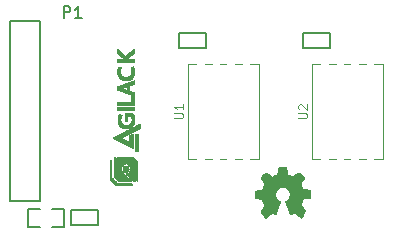
<source format=gbr>
%TF.GenerationSoftware,KiCad,Pcbnew,6.0.0*%
%TF.CreationDate,2022-09-24T12:18:36+02:00*%
%TF.ProjectId,pmod-flash,706d6f64-2d66-46c6-9173-682e6b696361,1*%
%TF.SameCoordinates,Original*%
%TF.FileFunction,Legend,Top*%
%TF.FilePolarity,Positive*%
%FSLAX46Y46*%
G04 Gerber Fmt 4.6, Leading zero omitted, Abs format (unit mm)*
G04 Created by KiCad (PCBNEW 6.0.0) date 2022-09-24 12:18:36*
%MOMM*%
%LPD*%
G01*
G04 APERTURE LIST*
%ADD10C,0.150000*%
%ADD11C,0.101600*%
%ADD12C,0.027940*%
%ADD13C,0.127000*%
%ADD14C,0.100000*%
G04 APERTURE END LIST*
D10*
%TO.C,P1*%
X133971904Y-97102380D02*
X133971904Y-96102380D01*
X134352857Y-96102380D01*
X134448095Y-96150000D01*
X134495714Y-96197619D01*
X134543333Y-96292857D01*
X134543333Y-96435714D01*
X134495714Y-96530952D01*
X134448095Y-96578571D01*
X134352857Y-96626190D01*
X133971904Y-96626190D01*
X135495714Y-97102380D02*
X134924285Y-97102380D01*
X135210000Y-97102380D02*
X135210000Y-96102380D01*
X135114761Y-96245238D01*
X135019523Y-96340476D01*
X134924285Y-96388095D01*
D11*
%TO.C,U2*%
X153852714Y-105580571D02*
X154469571Y-105580571D01*
X154542142Y-105544285D01*
X154578428Y-105508000D01*
X154614714Y-105435428D01*
X154614714Y-105290285D01*
X154578428Y-105217714D01*
X154542142Y-105181428D01*
X154469571Y-105145142D01*
X153852714Y-105145142D01*
X153925285Y-104818571D02*
X153889000Y-104782285D01*
X153852714Y-104709714D01*
X153852714Y-104528285D01*
X153889000Y-104455714D01*
X153925285Y-104419428D01*
X153997857Y-104383142D01*
X154070428Y-104383142D01*
X154179285Y-104419428D01*
X154614714Y-104854857D01*
X154614714Y-104383142D01*
%TO.C,U1*%
X143352714Y-105580571D02*
X143969571Y-105580571D01*
X144042142Y-105544285D01*
X144078428Y-105508000D01*
X144114714Y-105435428D01*
X144114714Y-105290285D01*
X144078428Y-105217714D01*
X144042142Y-105181428D01*
X143969571Y-105145142D01*
X143352714Y-105145142D01*
X144114714Y-104383142D02*
X144114714Y-104818571D01*
X144114714Y-104600857D02*
X143352714Y-104600857D01*
X143461571Y-104673428D01*
X143534142Y-104746000D01*
X143570428Y-104818571D01*
D10*
%TO.C,P1*%
X129460000Y-97380000D02*
X129460000Y-112620000D01*
X132000000Y-112620000D02*
X129460000Y-112620000D01*
X132000000Y-97380000D02*
X129460000Y-97380000D01*
X132000000Y-112620000D02*
X132000000Y-97380000D01*
D12*
%TO.C,agilack-11.5*%
X139448120Y-110471160D02*
X139448120Y-110293360D01*
X139244920Y-100844560D02*
X139244920Y-100260360D01*
X139168720Y-103384560D02*
X139168720Y-103130560D01*
X139473520Y-104425960D02*
X139473520Y-104171960D01*
X139467800Y-111239000D02*
X139467800Y-111061200D01*
X139194120Y-104425960D02*
X139194120Y-104171960D01*
X139829120Y-110877560D02*
X139829120Y-110674360D01*
X138609920Y-104857760D02*
X138609920Y-104603760D01*
X139295720Y-104857760D02*
X139295720Y-104603760D01*
X139448120Y-102343160D02*
X139448120Y-102038360D01*
X139524320Y-100844560D02*
X139524320Y-100590560D01*
X139397320Y-105416560D02*
X139397320Y-105162560D01*
X139016320Y-102343160D02*
X139016320Y-102038360D01*
X138940120Y-110877560D02*
X138940120Y-110140960D01*
X139829120Y-110521960D02*
X139829120Y-108845560D01*
X139270320Y-103435360D02*
X139270320Y-103155960D01*
X138940120Y-104857760D02*
X138940120Y-104603760D01*
X139625920Y-110877560D02*
X139625920Y-110801360D01*
X139016320Y-107118360D02*
X139016320Y-106762760D01*
X138940120Y-103003560D02*
X138940120Y-102724160D01*
X139397320Y-104857760D02*
X139397320Y-104603760D01*
X138711520Y-103232160D02*
X138711520Y-102800360D01*
X140083120Y-108362960D02*
X140083120Y-106889760D01*
X138228920Y-107296160D02*
X138228920Y-107169160D01*
X139905320Y-106076960D02*
X139905320Y-105340360D01*
X138787720Y-107575560D02*
X138787720Y-106889760D01*
X138762320Y-104857760D02*
X138762320Y-104603760D01*
X139168720Y-102368560D02*
X139168720Y-102089160D01*
X139194120Y-109302760D02*
X139194120Y-108820160D01*
X139016320Y-109455160D02*
X139016320Y-109251960D01*
X137969200Y-110832600D02*
X137969200Y-109080000D01*
X138635320Y-104857760D02*
X138635320Y-104603760D01*
X139473520Y-110496560D02*
X139473520Y-110318760D01*
X139442400Y-111239000D02*
X139442400Y-111061200D01*
X139041720Y-110877560D02*
X139041720Y-110242560D01*
X138787720Y-100285760D02*
X138787720Y-99955560D01*
X139219520Y-110877560D02*
X139219520Y-110420360D01*
X139473520Y-103511560D02*
X139473520Y-102520960D01*
X139092520Y-109201160D02*
X139092520Y-108820160D01*
X139930720Y-101860560D02*
X139930720Y-101428760D01*
X138762320Y-100844560D02*
X138762320Y-100590560D01*
X139493200Y-111239000D02*
X139493200Y-111061200D01*
X138863920Y-109683760D02*
X138863920Y-109455160D01*
X139778320Y-100158760D02*
X139778320Y-99777760D01*
X138838520Y-108947160D02*
X138838520Y-108820160D01*
X139321120Y-110090160D02*
X139321120Y-109632960D01*
X139600520Y-104857760D02*
X139600520Y-104603760D01*
X138584520Y-106026160D02*
X138584520Y-105416560D01*
X139213800Y-111239000D02*
X139213800Y-111061200D01*
X139778320Y-106737360D02*
X139778320Y-106381760D01*
X138990920Y-107677160D02*
X138990920Y-107321560D01*
X139219520Y-110090160D02*
X139219520Y-109607560D01*
X138863920Y-100361960D02*
X138863920Y-100006360D01*
X138736920Y-110877560D02*
X138736920Y-109328160D01*
X139016320Y-100488960D02*
X139016320Y-100158760D01*
X139270320Y-102368560D02*
X139270320Y-102089160D01*
X138889320Y-103282960D02*
X138889320Y-103028960D01*
X139041720Y-107118360D02*
X139041720Y-106737360D01*
X139676720Y-110699760D02*
X139676720Y-110521960D01*
X138635320Y-100158760D02*
X138635320Y-99803160D01*
X138985200Y-111239000D02*
X138985200Y-111061200D01*
X138940120Y-100412760D02*
X138940120Y-100082560D01*
X138787720Y-109226560D02*
X138787720Y-109023360D01*
X139397320Y-106940560D02*
X139397320Y-106559560D01*
X138482920Y-107423160D02*
X138482920Y-107042160D01*
X138324800Y-111188200D02*
X138324800Y-110883400D01*
X139194120Y-110090160D02*
X139194120Y-109607560D01*
X139346520Y-109455160D02*
X139346520Y-108820160D01*
X140083120Y-110775960D02*
X140083120Y-109099560D01*
X138914720Y-103308360D02*
X138914720Y-103054360D01*
X139041720Y-102952760D02*
X139041720Y-102698760D01*
X138248600Y-111112000D02*
X138248600Y-110807200D01*
X140083120Y-106584960D02*
X140083120Y-106229360D01*
X139219520Y-104425960D02*
X139219520Y-104171960D01*
X139321120Y-105797560D02*
X139321120Y-105162560D01*
X139168720Y-104425960D02*
X139168720Y-104171960D01*
X138813120Y-108921760D02*
X138813120Y-108820160D01*
X139549720Y-109658360D02*
X139549720Y-108820160D01*
X138762320Y-102216160D02*
X138762320Y-101250960D01*
X138889320Y-103003560D02*
X138889320Y-102749560D01*
X139803720Y-106737360D02*
X139803720Y-106356360D01*
X138863920Y-104425960D02*
X138863920Y-104171960D01*
X138762320Y-104425960D02*
X138762320Y-104171960D01*
X138502600Y-111239000D02*
X138502600Y-111047440D01*
X138914720Y-110877560D02*
X138914720Y-110115560D01*
X139651320Y-102749560D02*
X139651320Y-102470160D01*
X139575120Y-102317760D02*
X139575120Y-101936760D01*
X139854520Y-110877560D02*
X139854520Y-110699760D01*
X139625920Y-103562360D02*
X139625920Y-103282960D01*
X139168720Y-109455160D02*
X139168720Y-109429760D01*
X138355920Y-110623560D02*
X138355920Y-108947160D01*
X139727520Y-102724160D02*
X139727520Y-102444760D01*
X138305120Y-110572760D02*
X138305120Y-108896360D01*
X138736920Y-103232160D02*
X138736920Y-102800360D01*
X140159320Y-106559560D02*
X140159320Y-106178560D01*
X139625920Y-100285760D02*
X139625920Y-99930160D01*
X139498920Y-106889760D02*
X139498920Y-106508760D01*
X138813120Y-102266960D02*
X138813120Y-101835160D01*
X139295720Y-106432560D02*
X139295720Y-106153160D01*
X139016320Y-109124960D02*
X139016320Y-108820160D01*
X139473520Y-105416560D02*
X139473520Y-105162560D01*
X138838520Y-102292360D02*
X138838520Y-101885960D01*
X140133920Y-110826760D02*
X140133920Y-109150360D01*
X139575120Y-102774960D02*
X139575120Y-102495560D01*
X139721800Y-111239000D02*
X139721800Y-111112000D01*
X138990920Y-100463560D02*
X138990920Y-100133360D01*
X139117920Y-104857760D02*
X139117920Y-104603760D01*
X139092520Y-110877560D02*
X139092520Y-110293360D01*
X138147000Y-111010400D02*
X138147000Y-110705600D01*
X139676720Y-101428760D02*
X139676720Y-101250960D01*
X139752920Y-100158760D02*
X139752920Y-99803160D01*
X139422720Y-103486160D02*
X139422720Y-102546360D01*
X139651320Y-106330960D02*
X139651320Y-105949960D01*
X139346520Y-100514360D02*
X139346520Y-100184160D01*
X139143320Y-107753360D02*
X139143320Y-107397760D01*
X139371920Y-106432560D02*
X139371920Y-106153160D01*
X139473520Y-104857760D02*
X139473520Y-104603760D01*
X139321120Y-102876560D02*
X139321120Y-102597160D01*
X139803720Y-100844560D02*
X139803720Y-100590560D01*
X139829120Y-108083560D02*
X139829120Y-106889760D01*
X139651320Y-110344160D02*
X139651320Y-108820160D01*
X138863920Y-107194560D02*
X138863920Y-106838960D01*
X138889320Y-109328160D02*
X138889320Y-109124960D01*
X138914720Y-109607560D02*
X138914720Y-109505960D01*
X139752920Y-102724160D02*
X139752920Y-102419360D01*
X138838520Y-103282960D02*
X138838520Y-102774960D01*
X139702120Y-106788160D02*
X139702120Y-106407160D01*
X139600520Y-106356360D02*
X139600520Y-106000760D01*
X139930720Y-110623560D02*
X139930720Y-108947160D01*
X139524320Y-107956560D02*
X139524320Y-107016760D01*
X138787720Y-108896360D02*
X138787720Y-108820160D01*
X139143320Y-102927360D02*
X139143320Y-102647960D01*
X139625920Y-100844560D02*
X139625920Y-100590560D01*
X139143320Y-106432560D02*
X139143320Y-106153160D01*
X138736920Y-100234960D02*
X138736920Y-99904760D01*
X139397320Y-102368560D02*
X139397320Y-102063760D01*
X140337120Y-106457960D02*
X140337120Y-106076960D01*
X138635320Y-106127760D02*
X138635320Y-105289560D01*
X139422720Y-106432560D02*
X139422720Y-106127760D01*
X138736920Y-102216160D02*
X138736920Y-101250960D01*
X139194120Y-104857760D02*
X139194120Y-104603760D01*
X139651320Y-104425960D02*
X139651320Y-104171960D01*
X139422720Y-109531360D02*
X139422720Y-108820160D01*
X139879920Y-104857760D02*
X139879920Y-104603760D01*
X139625920Y-105416560D02*
X139625920Y-105162560D01*
X139727520Y-104857760D02*
X139727520Y-104603760D01*
X139321120Y-110344160D02*
X139321120Y-110242560D01*
X138660720Y-100844560D02*
X138660720Y-100590560D01*
X139194120Y-107042160D02*
X139194120Y-106661160D01*
X138838520Y-109277360D02*
X138838520Y-109074160D01*
X139041720Y-104857760D02*
X139041720Y-104603760D01*
X138940120Y-109582160D02*
X138940120Y-109531360D01*
X139600520Y-103562360D02*
X139600520Y-103282960D01*
X138787720Y-106305560D02*
X138787720Y-105264160D01*
X138254320Y-110521960D02*
X138254320Y-108820160D01*
X137943800Y-110807200D02*
X137943800Y-109080000D01*
X138609920Y-109048760D02*
X138609920Y-108820160D01*
X139143320Y-104857760D02*
X139143320Y-104603760D01*
X140362520Y-106457960D02*
X140362520Y-106076960D01*
X138914720Y-102317760D02*
X138914720Y-101987560D01*
X139295720Y-102368560D02*
X139295720Y-102089160D01*
X139270320Y-107829560D02*
X139270320Y-107448560D01*
X139016320Y-104425960D02*
X139016320Y-104171960D01*
X139117920Y-104425960D02*
X139117920Y-104171960D01*
X139295720Y-110877560D02*
X139295720Y-110496560D01*
X137994600Y-110858000D02*
X137994600Y-109080000D01*
X139092520Y-100844560D02*
X139092520Y-100590560D01*
X138178120Y-107270760D02*
X138178120Y-107194560D01*
X139448120Y-110877560D02*
X139448120Y-110648960D01*
X139829120Y-106711960D02*
X139829120Y-106356360D01*
X139219520Y-102901960D02*
X139219520Y-102622560D01*
X138889320Y-109632960D02*
X138889320Y-109480560D01*
X138559120Y-104425960D02*
X138559120Y-104171960D01*
X139244920Y-103409960D02*
X139244920Y-103155960D01*
X138940120Y-109048760D02*
X138940120Y-108820160D01*
X139422720Y-107905760D02*
X139422720Y-107524760D01*
X138559120Y-110826760D02*
X138559120Y-109150360D01*
X138609920Y-102038360D02*
X138609920Y-101200160D01*
X139651320Y-102266960D02*
X139651320Y-101835160D01*
X139321120Y-104857760D02*
X139321120Y-104603760D01*
X139498920Y-109582160D02*
X139498920Y-108820160D01*
X139625920Y-104857760D02*
X139625920Y-104603760D01*
X139854520Y-100082560D02*
X139854520Y-99726960D01*
X139092520Y-110064760D02*
X139092520Y-109632960D01*
X139371920Y-104425960D02*
X139371920Y-104171960D01*
X138533720Y-100844560D02*
X138533720Y-100590560D01*
X138940120Y-102343160D02*
X138940120Y-102012960D01*
X139295720Y-100565160D02*
X139295720Y-100234960D01*
X139524320Y-102317760D02*
X139524320Y-101987560D01*
X139219520Y-106432560D02*
X139219520Y-106153160D01*
X139371920Y-109480560D02*
X139371920Y-108820160D01*
X139244920Y-110090160D02*
X139244920Y-109607560D01*
X138965520Y-100438160D02*
X138965520Y-100107960D01*
X139854520Y-106711960D02*
X139854520Y-106330960D01*
X138990920Y-110877560D02*
X138990920Y-110191760D01*
X138197800Y-111061200D02*
X138197800Y-110756400D01*
X138813120Y-103257560D02*
X138813120Y-102774960D01*
X139803720Y-100133360D02*
X139803720Y-99777760D01*
X139829120Y-102698760D02*
X139829120Y-102393960D01*
X138838520Y-104857760D02*
X138838520Y-104603760D01*
X138787720Y-104425960D02*
X138787720Y-104171960D01*
X139575120Y-104857760D02*
X139575120Y-104603760D01*
X139295720Y-109404360D02*
X139295720Y-108820160D01*
X139041720Y-102368560D02*
X139041720Y-102063760D01*
X138279720Y-110547360D02*
X138279720Y-108870960D01*
X138838520Y-104425960D02*
X138838520Y-104171960D01*
X138686120Y-100209560D02*
X138686120Y-99853960D01*
X138330520Y-110598160D02*
X138330520Y-108921760D01*
X139803720Y-104857760D02*
X139803720Y-104603760D01*
X138172400Y-111035800D02*
X138172400Y-110731000D01*
X139803720Y-102698760D02*
X139803720Y-102419360D01*
X139803720Y-110826760D02*
X139803720Y-110648960D01*
X138838520Y-100844560D02*
X138838520Y-100590560D01*
X139422720Y-110877560D02*
X139422720Y-110623560D01*
X138635320Y-102089160D02*
X138635320Y-101200160D01*
X138584520Y-101987560D02*
X138584520Y-101250960D01*
X139244920Y-102368560D02*
X139244920Y-102089160D01*
X138762320Y-106280160D02*
X138762320Y-105238760D01*
X139092520Y-106432560D02*
X139092520Y-106127760D01*
X139702120Y-102749560D02*
X139702120Y-102444760D01*
X138305120Y-107346960D02*
X138305120Y-107118360D01*
X140006920Y-110699760D02*
X140006920Y-109023360D01*
X138635320Y-100844560D02*
X138635320Y-100590560D01*
X138914720Y-109023360D02*
X138914720Y-108820160D01*
X139473520Y-100844560D02*
X139473520Y-100590560D01*
X139549720Y-100844560D02*
X139549720Y-100590560D01*
X139117920Y-109226560D02*
X139117920Y-108820160D01*
X139676720Y-104857760D02*
X139676720Y-104603760D01*
X139473520Y-110166360D02*
X139473520Y-110140960D01*
X139194120Y-107778760D02*
X139194120Y-107423160D01*
X138889320Y-105340360D02*
X138889320Y-105314960D01*
X139321120Y-104425960D02*
X139321120Y-104171960D01*
X138533720Y-110801360D02*
X138533720Y-109124960D01*
X139391600Y-111239000D02*
X139391600Y-111061200D01*
X139498920Y-107931160D02*
X139498920Y-107550160D01*
X138838520Y-109759960D02*
X138838520Y-109429760D01*
X139702120Y-108032760D02*
X139702120Y-106940560D01*
X139244920Y-102901960D02*
X139244920Y-102622560D01*
X139016320Y-103333760D02*
X139016320Y-103079760D01*
X139600520Y-110877560D02*
X139600520Y-110775960D01*
X138711520Y-100209560D02*
X138711520Y-99879360D01*
X140108520Y-108362960D02*
X140108520Y-106889760D01*
X140057720Y-108362960D02*
X140057720Y-106889760D01*
X138965520Y-104857760D02*
X138965520Y-104603760D01*
X138838520Y-107600960D02*
X138838520Y-107245360D01*
X140032320Y-106610360D02*
X140032320Y-106254760D01*
X139625920Y-108007360D02*
X139625920Y-106965960D01*
X139524320Y-103511560D02*
X139524320Y-102520960D01*
X139930720Y-110877560D02*
X139930720Y-110775960D01*
X138965520Y-109404360D02*
X138965520Y-109201160D01*
X139829120Y-102089160D02*
X139829120Y-101174760D01*
X138813120Y-100844560D02*
X138813120Y-100590560D01*
X139727520Y-106762760D02*
X139727520Y-106407160D01*
X139930720Y-106661160D02*
X139930720Y-106305560D01*
X139575120Y-107981960D02*
X139575120Y-106991360D01*
X139067120Y-102952760D02*
X139067120Y-102673360D01*
X139651320Y-104857760D02*
X139651320Y-104603760D01*
X139371920Y-103460760D02*
X139371920Y-102571760D01*
X139067120Y-103359160D02*
X139067120Y-103105160D01*
X139879920Y-102012960D02*
X139879920Y-101250960D01*
X139067120Y-109175760D02*
X139067120Y-108820160D01*
X139295720Y-110318760D02*
X139295720Y-110242560D01*
X138807400Y-111239000D02*
X138807400Y-111061200D01*
X138965520Y-107677160D02*
X138965520Y-107296160D01*
X139676720Y-103587760D02*
X139676720Y-103308360D01*
X138787720Y-102241560D02*
X138787720Y-101784360D01*
X139448120Y-107905760D02*
X139448120Y-107524760D01*
X139575120Y-110598160D02*
X139575120Y-110420360D01*
X139879920Y-104425960D02*
X139879920Y-103384560D01*
X139752920Y-106254760D02*
X139752920Y-105162560D01*
X139067120Y-100844560D02*
X139067120Y-100590560D01*
X139600520Y-107981960D02*
X139600520Y-106991360D01*
X139244920Y-107804160D02*
X139244920Y-107448560D01*
X139143320Y-110877560D02*
X139143320Y-110344160D01*
X139879920Y-110877560D02*
X139879920Y-110725160D01*
X138508320Y-108947160D02*
X138508320Y-108820160D01*
X139397320Y-109505960D02*
X139397320Y-108820160D01*
X139651320Y-101352560D02*
X139651320Y-101250960D01*
X140159320Y-108362960D02*
X140159320Y-106889760D01*
X138635320Y-103206760D02*
X138635320Y-102851160D01*
X138863920Y-105391160D02*
X138863920Y-105289560D01*
X139016320Y-107702560D02*
X139016320Y-107321560D01*
X138711520Y-110877560D02*
X138711520Y-109302760D01*
X140438720Y-106407160D02*
X140438720Y-106026160D01*
X139143320Y-107067560D02*
X139143320Y-106686560D01*
X138813120Y-107219960D02*
X138813120Y-106864360D01*
X140235520Y-108362960D02*
X140235520Y-106889760D01*
X138736920Y-106254760D02*
X138736920Y-105213360D01*
X139422720Y-110013960D02*
X139422720Y-109709160D01*
X139143320Y-100844560D02*
X139143320Y-100285760D01*
X139956120Y-105924560D02*
X139956120Y-105492760D01*
X138635320Y-104425960D02*
X138635320Y-104171960D01*
X139219520Y-105797560D02*
X139219520Y-105162560D01*
X138584520Y-100107960D02*
X138584520Y-99752360D01*
X138965520Y-110877560D02*
X138965520Y-110166360D01*
X138940120Y-106381760D02*
X138940120Y-106051560D01*
X139575120Y-106838960D02*
X139575120Y-106483360D01*
X139524320Y-100361960D02*
X139524320Y-100006360D01*
X139575120Y-105416560D02*
X139575120Y-105162560D01*
X139422720Y-100844560D02*
X139422720Y-100590560D01*
X139270320Y-110090160D02*
X139270320Y-109607560D01*
X139524320Y-105416560D02*
X139524320Y-105162560D01*
X138070800Y-110934200D02*
X138070800Y-110629400D01*
X139575120Y-109709160D02*
X139575120Y-108820160D01*
X139194120Y-102901960D02*
X139194120Y-102622560D01*
X138813120Y-101352560D02*
X138813120Y-101276360D01*
X140286320Y-106483360D02*
X140286320Y-106102360D01*
X140032320Y-108362960D02*
X140032320Y-106889760D01*
X139752920Y-104425960D02*
X139752920Y-103333760D01*
X138553400Y-111239000D02*
X138553400Y-111061200D01*
X139086800Y-111239000D02*
X139086800Y-111061200D01*
X139625920Y-104425960D02*
X139625920Y-104171960D01*
X139321120Y-100539760D02*
X139321120Y-100209560D01*
X139270320Y-110293360D02*
X139270320Y-110242560D01*
X138990920Y-106407160D02*
X138990920Y-106102360D01*
X139346520Y-105797560D02*
X139346520Y-105162560D01*
X139219520Y-103409960D02*
X139219520Y-103155960D01*
X139143320Y-110090160D02*
X139143320Y-109607560D01*
X138533720Y-104857760D02*
X138533720Y-104603760D01*
X139575120Y-110877560D02*
X139575120Y-110750560D01*
X139422720Y-105416560D02*
X139422720Y-105162560D01*
X139397320Y-110039360D02*
X139397320Y-109658360D01*
X139879920Y-100844560D02*
X139879920Y-100590560D01*
X139067120Y-100539760D02*
X139067120Y-100209560D01*
X139575120Y-110267960D02*
X139575120Y-109988560D01*
X138889320Y-100844560D02*
X138889320Y-100590560D01*
X138711520Y-100844560D02*
X138711520Y-100590560D01*
X138559120Y-103181360D02*
X138559120Y-102876560D01*
X140260920Y-106508760D02*
X140260920Y-106127760D01*
X139137600Y-111239000D02*
X139137600Y-111061200D01*
X139067120Y-106432560D02*
X139067120Y-106127760D01*
X139498920Y-110877560D02*
X139498920Y-110674360D01*
X139117920Y-110877560D02*
X139117920Y-110318760D01*
X139041720Y-103359160D02*
X139041720Y-103079760D01*
X138858200Y-111239000D02*
X138858200Y-111061200D01*
X139371920Y-107880360D02*
X139371920Y-107499360D01*
X139727520Y-100844560D02*
X139727520Y-100590560D01*
X139625920Y-106356360D02*
X139625920Y-105975360D01*
X138965520Y-107143760D02*
X138965520Y-106788160D01*
X139803720Y-106229360D02*
X139803720Y-105187960D01*
X139397320Y-103486160D02*
X139397320Y-102571760D01*
X140133920Y-106559560D02*
X140133920Y-106178560D01*
X138990920Y-102343160D02*
X138990920Y-102038360D01*
X138914720Y-107651760D02*
X138914720Y-107296160D01*
X138813120Y-106305560D02*
X138813120Y-105848360D01*
X140387920Y-106432560D02*
X140387920Y-106051560D01*
X139752920Y-102190760D02*
X139752920Y-101200160D01*
X140210120Y-108362960D02*
X140210120Y-106889760D01*
X139321120Y-106965960D02*
X139321120Y-106610360D01*
X139092520Y-102952760D02*
X139092520Y-102673360D01*
X138426400Y-111239000D02*
X138426400Y-110987440D01*
X139620200Y-111239000D02*
X139620200Y-111061200D01*
X139270320Y-109378960D02*
X139270320Y-108820160D01*
X138660720Y-103206760D02*
X138660720Y-102825760D01*
X139168720Y-107042160D02*
X139168720Y-106686560D01*
X138736920Y-104857760D02*
X138736920Y-104603760D01*
X139549720Y-104857760D02*
X139549720Y-104603760D01*
X138635320Y-109074160D02*
X138635320Y-108870960D01*
X139067120Y-110064760D02*
X139067120Y-109632960D01*
X139829120Y-106178560D02*
X139829120Y-105213360D01*
X139772600Y-111239000D02*
X139772600Y-111162800D01*
X139117920Y-103384560D02*
X139117920Y-103105160D01*
X138990920Y-102978160D02*
X138990920Y-102698760D01*
X138863920Y-103282960D02*
X138863920Y-102749560D01*
X138889320Y-107626360D02*
X138889320Y-107270760D01*
X139956120Y-110877560D02*
X139956120Y-110801360D01*
X139371920Y-100844560D02*
X139371920Y-100590560D01*
X138736920Y-107550160D02*
X138736920Y-106915160D01*
X138629600Y-111239000D02*
X138629600Y-111061200D01*
X139778320Y-102698760D02*
X139778320Y-102419360D01*
X139854520Y-106153160D02*
X139854520Y-105264160D01*
X138686120Y-109124960D02*
X138686120Y-108921760D01*
X137918400Y-110781800D02*
X137918400Y-109080000D01*
X138863920Y-106356360D02*
X138863920Y-105949960D01*
X139600520Y-100844560D02*
X139600520Y-100590560D01*
X139473520Y-109556760D02*
X139473520Y-108820160D01*
X139702120Y-104425960D02*
X139702120Y-103308360D01*
X139346520Y-100844560D02*
X139346520Y-100590560D01*
X139295720Y-107829560D02*
X139295720Y-107448560D01*
X138559120Y-100082560D02*
X138559120Y-99726960D01*
X138660720Y-100184160D02*
X138660720Y-99828560D01*
X139016320Y-104857760D02*
X139016320Y-104603760D01*
X139625920Y-110318760D02*
X139625920Y-108820160D01*
X139016320Y-106407160D02*
X139016320Y-106102360D01*
X139905320Y-100844560D02*
X139905320Y-100590560D01*
X139854520Y-102673360D02*
X139854520Y-102393960D01*
X139168720Y-105797560D02*
X139168720Y-105162560D01*
X139651320Y-100260360D02*
X139651320Y-99904760D01*
X138736920Y-109175760D02*
X138736920Y-108972560D01*
X138838520Y-100336560D02*
X138838520Y-99980960D01*
X138959800Y-111239000D02*
X138959800Y-111061200D01*
X138762320Y-107575560D02*
X138762320Y-106889760D01*
X139854520Y-104857760D02*
X139854520Y-104603760D01*
X139676720Y-106330960D02*
X139676720Y-105899160D01*
X139473520Y-109886960D02*
X139473520Y-109836160D01*
X139340800Y-111239000D02*
X139340800Y-111061200D01*
X138914720Y-104425960D02*
X138914720Y-104171960D01*
X138604200Y-111239000D02*
X138604200Y-111061200D01*
X138711520Y-102190760D02*
X138711520Y-101225560D01*
X137867600Y-110731000D02*
X137867600Y-109080000D01*
X139092520Y-104425960D02*
X139092520Y-104171960D01*
X139067120Y-104857760D02*
X139067120Y-104603760D01*
X138686120Y-102165360D02*
X138686120Y-101225560D01*
X139016320Y-102978160D02*
X139016320Y-102698760D01*
X138330520Y-107346960D02*
X138330520Y-107118360D01*
X138223200Y-111086600D02*
X138223200Y-110781800D01*
X138940120Y-100844560D02*
X138940120Y-100590560D01*
X139905320Y-102647960D02*
X139905320Y-102368560D01*
X139168720Y-104857760D02*
X139168720Y-104603760D01*
X139117920Y-106432560D02*
X139117920Y-106153160D01*
X139498920Y-100844560D02*
X139498920Y-100590560D01*
X140159320Y-110877560D02*
X140159320Y-109175760D01*
X139067120Y-102368560D02*
X139067120Y-102063760D01*
X140032320Y-110725160D02*
X140032320Y-109048760D01*
X138990920Y-100844560D02*
X138990920Y-100590560D01*
X140210120Y-110877560D02*
X140210120Y-109226560D01*
X139600520Y-105416560D02*
X139600520Y-105162560D01*
X139727520Y-100184160D02*
X139727520Y-99828560D01*
X140006920Y-106635760D02*
X140006920Y-106254760D01*
X138578800Y-111239000D02*
X138578800Y-111061200D01*
X139371920Y-110877560D02*
X139371920Y-110572760D01*
X139905320Y-100031760D02*
X139905320Y-99676160D01*
X139041720Y-100514360D02*
X139041720Y-100184160D01*
X139067120Y-107092960D02*
X139067120Y-106737360D01*
X139244920Y-106432560D02*
X139244920Y-106153160D01*
X138533720Y-104425960D02*
X138533720Y-104171960D01*
X139651320Y-108007360D02*
X139651320Y-106965960D01*
X139194120Y-100844560D02*
X139194120Y-100311160D01*
X138813120Y-100311160D02*
X138813120Y-99980960D01*
X138762320Y-103232160D02*
X138762320Y-102800360D01*
X138813120Y-107600960D02*
X138813120Y-107245360D01*
X138686120Y-106203960D02*
X138686120Y-105213360D01*
X138736920Y-100844560D02*
X138736920Y-100590560D01*
X138350200Y-111213600D02*
X138350200Y-110908800D01*
X138909000Y-111239000D02*
X138909000Y-111061200D01*
X138813120Y-109251960D02*
X138813120Y-109048760D01*
X139041720Y-110039360D02*
X139041720Y-109658360D01*
X139092520Y-107727960D02*
X139092520Y-107372360D01*
X140210120Y-106534160D02*
X140210120Y-106153160D01*
X139600520Y-106838960D02*
X139600520Y-106457960D01*
X138934400Y-111239000D02*
X138934400Y-111061200D01*
X139194120Y-102368560D02*
X139194120Y-102089160D01*
X139879920Y-106127760D02*
X139879920Y-105289560D01*
X139600520Y-110293360D02*
X139600520Y-109912360D01*
X138914720Y-104857760D02*
X138914720Y-104603760D01*
X139778320Y-106229360D02*
X139778320Y-105162560D01*
X138838520Y-106330960D02*
X138838520Y-105924560D01*
X139371920Y-110064760D02*
X139371920Y-109658360D01*
X139778320Y-110471160D02*
X139778320Y-108820160D01*
X138375600Y-111239000D02*
X138375600Y-110934200D01*
X139448120Y-104425960D02*
X139448120Y-104171960D01*
X139956120Y-110648960D02*
X139956120Y-108972560D01*
X140184720Y-106534160D02*
X140184720Y-106153160D01*
X139651320Y-103562360D02*
X139651320Y-103282960D01*
X139498920Y-100387360D02*
X139498920Y-100031760D01*
X139905320Y-101936760D02*
X139905320Y-101327160D01*
X139016320Y-110877560D02*
X139016320Y-110217160D01*
X139569400Y-111239000D02*
X139569400Y-111061200D01*
X138914720Y-103003560D02*
X138914720Y-102724160D01*
X139676720Y-105467360D02*
X139676720Y-105162560D01*
X139752920Y-110775960D02*
X139752920Y-110598160D01*
X138121600Y-110985000D02*
X138121600Y-110680200D01*
X139239200Y-111239000D02*
X139239200Y-111061200D01*
X139315400Y-111239000D02*
X139315400Y-111061200D01*
X139092520Y-103359160D02*
X139092520Y-103105160D01*
X139549720Y-103536960D02*
X139549720Y-102495560D01*
X138457520Y-110725160D02*
X138457520Y-109048760D01*
X138914720Y-107169160D02*
X138914720Y-106813560D01*
X139549720Y-106864360D02*
X139549720Y-106483360D01*
X138127320Y-107245360D02*
X138127320Y-107219960D01*
X139036000Y-111239000D02*
X139036000Y-111061200D01*
X138914720Y-109353560D02*
X138914720Y-109150360D01*
X139194120Y-105797560D02*
X139194120Y-105162560D01*
X138889320Y-107194560D02*
X138889320Y-106838960D01*
X138355920Y-107372360D02*
X138355920Y-107092960D01*
X139905320Y-104857760D02*
X139905320Y-104603760D01*
X139473520Y-110877560D02*
X139473520Y-110648960D01*
X138152720Y-107270760D02*
X138152720Y-107194560D01*
X139422720Y-106915160D02*
X139422720Y-106559560D01*
X139676720Y-106788160D02*
X139676720Y-106432560D01*
X138787720Y-110877560D02*
X138787720Y-109378960D01*
X139219520Y-104857760D02*
X139219520Y-104603760D01*
X138762320Y-109201160D02*
X138762320Y-108997960D01*
X139321120Y-106432560D02*
X139321120Y-106153160D01*
X139346520Y-103460760D02*
X139346520Y-102571760D01*
X139346520Y-110369560D02*
X139346520Y-110242560D01*
X139747200Y-111239000D02*
X139747200Y-111137400D01*
X138990920Y-104425960D02*
X138990920Y-104171960D01*
X138584520Y-100844560D02*
X138584520Y-100590560D01*
X139295720Y-100844560D02*
X139295720Y-100590560D01*
X138451800Y-111239000D02*
X138451800Y-111010400D01*
X139397320Y-107880360D02*
X139397320Y-107499360D01*
X138584520Y-107473960D02*
X138584520Y-106991360D01*
X139346520Y-106965960D02*
X139346520Y-106584960D01*
X138096200Y-110959600D02*
X138096200Y-110654800D01*
X139625920Y-102266960D02*
X139625920Y-101885960D01*
X139600520Y-110623560D02*
X139600520Y-110445760D01*
X138889320Y-104857760D02*
X138889320Y-104603760D01*
X138787720Y-100844560D02*
X138787720Y-100590560D01*
X140006920Y-110877560D02*
X140006920Y-110852160D01*
X139371920Y-105797560D02*
X139371920Y-105162560D01*
X138609920Y-104425960D02*
X138609920Y-104171960D01*
X139295720Y-104425960D02*
X139295720Y-104171960D01*
X139061400Y-111239000D02*
X139061400Y-111061200D01*
X139676720Y-108032760D02*
X139676720Y-106940560D01*
X139168720Y-102927360D02*
X139168720Y-102647960D01*
X138863920Y-110877560D02*
X138863920Y-110039360D01*
X138914720Y-100387360D02*
X138914720Y-100057160D01*
X139905320Y-104425960D02*
X139905320Y-103384560D01*
X139524320Y-110877560D02*
X139524320Y-110699760D01*
X139702120Y-110394960D02*
X139702120Y-108820160D01*
X139575120Y-103536960D02*
X139575120Y-103257560D01*
X139219520Y-102368560D02*
X139219520Y-102089160D01*
X139829120Y-100107960D02*
X139829120Y-99752360D01*
X138274000Y-111137400D02*
X138274000Y-110832600D01*
X139143320Y-109455160D02*
X139143320Y-109404360D01*
X138787720Y-101428760D02*
X138787720Y-101250960D01*
X138299400Y-111162800D02*
X138299400Y-110858000D01*
X139473520Y-107931160D02*
X139473520Y-107550160D01*
X138559120Y-105924560D02*
X138559120Y-105492760D01*
X139676720Y-102241560D02*
X139676720Y-101758960D01*
X139143320Y-103384560D02*
X139143320Y-103130560D01*
X140006920Y-108362960D02*
X140006920Y-106889760D01*
X138863920Y-109302760D02*
X138863920Y-109099560D01*
X138889320Y-110877560D02*
X138889320Y-110064760D01*
X139625920Y-102774960D02*
X139625920Y-102470160D01*
X138813120Y-104857760D02*
X138813120Y-104603760D01*
X139422720Y-110445760D02*
X139422720Y-110267960D01*
X139448120Y-109556760D02*
X139448120Y-108820160D01*
X139010600Y-111239000D02*
X139010600Y-111061200D01*
X139270320Y-104425960D02*
X139270320Y-104171960D01*
X138432120Y-107397760D02*
X138432120Y-107067560D01*
X139117920Y-107753360D02*
X139117920Y-107372360D01*
X138940120Y-107651760D02*
X138940120Y-107296160D01*
X139346520Y-104857760D02*
X139346520Y-104603760D01*
X138584520Y-103181360D02*
X138584520Y-102851160D01*
X139168720Y-110090160D02*
X139168720Y-109607560D01*
X139295720Y-110090160D02*
X139295720Y-109607560D01*
X139194120Y-106432560D02*
X139194120Y-106153160D01*
X139041720Y-107702560D02*
X139041720Y-107346960D01*
X139651320Y-106813560D02*
X139651320Y-106432560D01*
X139188400Y-111239000D02*
X139188400Y-111061200D01*
X139829120Y-100844560D02*
X139829120Y-100590560D01*
X138990920Y-103333760D02*
X138990920Y-103079760D01*
X139270320Y-104857760D02*
X139270320Y-104603760D01*
X139498920Y-104425960D02*
X139498920Y-104171960D01*
X139321120Y-100844560D02*
X139321120Y-100590560D01*
X138228920Y-110496560D02*
X138228920Y-108820160D01*
X139778320Y-100844560D02*
X139778320Y-100590560D01*
X139981520Y-110877560D02*
X139981520Y-110826760D01*
X139346520Y-102368560D02*
X139346520Y-102089160D01*
X139117920Y-107067560D02*
X139117920Y-106711960D01*
X138863920Y-107626360D02*
X138863920Y-107270760D01*
X138705800Y-111239000D02*
X138705800Y-111061200D01*
X139803720Y-110496560D02*
X139803720Y-108820160D01*
X138381320Y-107372360D02*
X138381320Y-107092960D01*
X139651320Y-110877560D02*
X139651320Y-110826760D01*
X139270320Y-105797560D02*
X139270320Y-105162560D01*
X138477200Y-111239000D02*
X138477200Y-111027440D01*
X138406720Y-110674360D02*
X138406720Y-108997960D01*
X138508320Y-107448560D02*
X138508320Y-107016760D01*
X139549720Y-100336560D02*
X139549720Y-100006360D01*
X138711520Y-104857760D02*
X138711520Y-104603760D01*
X139371920Y-100488960D02*
X139371920Y-100158760D01*
X139168720Y-107778760D02*
X139168720Y-107397760D01*
X138889320Y-108997960D02*
X138889320Y-108820160D01*
X139264600Y-111239000D02*
X139264600Y-111061200D01*
X139549720Y-106381760D02*
X139549720Y-106051560D01*
X139752920Y-104857760D02*
X139752920Y-104603760D01*
X138965520Y-109556760D02*
X138965520Y-109531360D01*
X139168720Y-100844560D02*
X139168720Y-100311160D01*
X139295720Y-102876560D02*
X139295720Y-102597160D01*
X139270320Y-102876560D02*
X139270320Y-102597160D01*
X139117920Y-109455160D02*
X139117920Y-109378960D01*
X139778320Y-108083560D02*
X139778320Y-106889760D01*
X139702120Y-100844560D02*
X139702120Y-100590560D01*
X139290000Y-111239000D02*
X139290000Y-111061200D01*
X138686120Y-103206760D02*
X138686120Y-102825760D01*
X139549720Y-110242560D02*
X139549720Y-110064760D01*
X139448120Y-103486160D02*
X139448120Y-102546360D01*
X138965520Y-102978160D02*
X138965520Y-102724160D01*
X138401000Y-111239000D02*
X138401000Y-110957440D01*
X139905320Y-106686560D02*
X139905320Y-106305560D01*
X139930720Y-106000760D02*
X139930720Y-105416560D01*
X139244920Y-104425960D02*
X139244920Y-104171960D01*
X138635320Y-107499360D02*
X138635320Y-106965960D01*
X138889320Y-102317760D02*
X138889320Y-101962160D01*
X139016320Y-100844560D02*
X139016320Y-100590560D01*
X139346520Y-106432560D02*
X139346520Y-106153160D01*
X139727520Y-110750560D02*
X139727520Y-110572760D01*
X138584520Y-104857760D02*
X138584520Y-104603760D01*
X138609920Y-107499360D02*
X138609920Y-106965960D01*
X138756600Y-111239000D02*
X138756600Y-111061200D01*
X138020000Y-110883400D02*
X138020000Y-109080000D01*
X138482920Y-108896360D02*
X138482920Y-108820160D01*
X139981520Y-106635760D02*
X139981520Y-106280160D01*
X139448120Y-105416560D02*
X139448120Y-105162560D01*
X139702120Y-100209560D02*
X139702120Y-99853960D01*
X139549720Y-110572760D02*
X139549720Y-110394960D01*
X138533720Y-103155960D02*
X138533720Y-102876560D01*
X139696400Y-111239000D02*
X139696400Y-111086600D01*
X139219520Y-107016760D02*
X139219520Y-106661160D01*
X138889320Y-104425960D02*
X138889320Y-104171960D01*
X138584520Y-110852160D02*
X138584520Y-109175760D01*
X139092520Y-104857760D02*
X139092520Y-104603760D01*
X138660720Y-104857760D02*
X138660720Y-104603760D01*
X139676720Y-102749560D02*
X139676720Y-102444760D01*
X138990920Y-109099560D02*
X138990920Y-108820160D01*
X139803720Y-102114560D02*
X139803720Y-101200160D01*
X139727520Y-108058160D02*
X139727520Y-106915160D01*
X138813120Y-104425960D02*
X138813120Y-104171960D01*
X138832800Y-111239000D02*
X138832800Y-111061200D01*
X138559120Y-100844560D02*
X138559120Y-100590560D01*
X139778320Y-102165360D02*
X139778320Y-101200160D01*
X139600520Y-109810760D02*
X139600520Y-108820160D01*
X139702120Y-104857760D02*
X139702120Y-104603760D01*
X139498920Y-104857760D02*
X139498920Y-104603760D01*
X139397320Y-110877560D02*
X139397320Y-110598160D01*
X139067120Y-109455160D02*
X139067120Y-109302760D01*
X138584520Y-109023360D02*
X138584520Y-108820160D01*
X138609920Y-103181360D02*
X138609920Y-102851160D01*
X139371920Y-102368560D02*
X139371920Y-102063760D01*
X139244920Y-110267960D02*
X139244920Y-110242560D01*
X139219520Y-109328160D02*
X139219520Y-108820160D01*
X139067120Y-107727960D02*
X139067120Y-107346960D01*
X138711520Y-109150360D02*
X138711520Y-108947160D01*
X138940120Y-107169160D02*
X138940120Y-106813560D01*
X138686120Y-104857760D02*
X138686120Y-104603760D01*
X139163000Y-111239000D02*
X139163000Y-111061200D01*
X139625920Y-110648960D02*
X139625920Y-110471160D01*
X140184720Y-108362960D02*
X140184720Y-106889760D01*
X139041720Y-106407160D02*
X139041720Y-106127760D01*
X139346520Y-110064760D02*
X139346520Y-109632960D01*
X138457520Y-108896360D02*
X138457520Y-108820160D01*
X139524320Y-110547360D02*
X139524320Y-110369560D01*
X139854520Y-104425960D02*
X139854520Y-103359160D01*
X139168720Y-109277360D02*
X139168720Y-108820160D01*
X139879920Y-106686560D02*
X139879920Y-106330960D01*
X139366200Y-111239000D02*
X139366200Y-111061200D01*
X138736920Y-104425960D02*
X138736920Y-104171960D01*
X138762320Y-110877560D02*
X138762320Y-109353560D01*
X138533720Y-101860560D02*
X138533720Y-101403360D01*
X139803720Y-104425960D02*
X139803720Y-103359160D01*
X140108520Y-106584960D02*
X140108520Y-106203960D01*
X139473520Y-106407160D02*
X139473520Y-106102360D01*
X139879920Y-100057160D02*
X139879920Y-99701560D01*
X139498920Y-106407160D02*
X139498920Y-106076960D01*
X139371920Y-104857760D02*
X139371920Y-104603760D01*
X139244920Y-107016760D02*
X139244920Y-106635760D01*
X138787720Y-103257560D02*
X138787720Y-102774960D01*
X139600520Y-100311160D02*
X139600520Y-99955560D01*
X138762320Y-108870960D02*
X138762320Y-108820160D01*
X139829120Y-104425960D02*
X139829120Y-103359160D01*
X138965520Y-104425960D02*
X138965520Y-104171960D01*
X139397320Y-104425960D02*
X139397320Y-104171960D01*
X139270320Y-106432560D02*
X139270320Y-106153160D01*
X139244920Y-110877560D02*
X139244920Y-110445760D01*
X139041720Y-109150360D02*
X139041720Y-108820160D01*
X139498920Y-110521960D02*
X139498920Y-110344160D01*
X138432120Y-110699760D02*
X138432120Y-109023360D01*
X138914720Y-100844560D02*
X138914720Y-100590560D01*
X139346520Y-104425960D02*
X139346520Y-104171960D01*
X139295720Y-106991360D02*
X139295720Y-106610360D01*
X139905320Y-110877560D02*
X139905320Y-110750560D01*
X140057720Y-106610360D02*
X140057720Y-106229360D01*
X139168720Y-110877560D02*
X139168720Y-110369560D01*
X139219520Y-107804160D02*
X139219520Y-107423160D01*
X139676720Y-110369560D02*
X139676720Y-108820160D01*
X139041720Y-104425960D02*
X139041720Y-104171960D01*
X138940120Y-109378960D02*
X138940120Y-109175760D01*
X139067120Y-104425960D02*
X139067120Y-104171960D01*
X139219520Y-100844560D02*
X139219520Y-100285760D01*
X139194120Y-103409960D02*
X139194120Y-103130560D01*
X140184720Y-110877560D02*
X140184720Y-109201160D01*
X140413320Y-106432560D02*
X140413320Y-106051560D01*
X138838520Y-105441960D02*
X138838520Y-105289560D01*
X139905320Y-110598160D02*
X139905320Y-108921760D01*
X139625920Y-106813560D02*
X139625920Y-106457960D01*
X139270320Y-100844560D02*
X139270320Y-100234960D01*
X138731200Y-111239000D02*
X138731200Y-111061200D01*
X139498920Y-110191760D02*
X139498920Y-110115560D01*
X138711520Y-106229360D02*
X138711520Y-105213360D01*
X138559120Y-108997960D02*
X138559120Y-108820160D01*
X139671000Y-111239000D02*
X139671000Y-111061200D01*
X139702120Y-105543560D02*
X139702120Y-105162560D01*
X138254320Y-107321560D02*
X138254320Y-107143760D01*
X139422720Y-104857760D02*
X139422720Y-104603760D01*
X139676720Y-104425960D02*
X139676720Y-104171960D01*
X139448120Y-100844560D02*
X139448120Y-100590560D01*
X139524320Y-106407160D02*
X139524320Y-106076960D01*
X139981520Y-110674360D02*
X139981520Y-108997960D01*
X139270320Y-106991360D02*
X139270320Y-106635760D01*
X139168720Y-106432560D02*
X139168720Y-106153160D01*
X138813120Y-110877560D02*
X138813120Y-109404360D01*
X139270320Y-110877560D02*
X139270320Y-110471160D01*
X138482920Y-110750560D02*
X138482920Y-109074160D01*
X139702120Y-102216160D02*
X139702120Y-101225560D01*
X140235520Y-106508760D02*
X140235520Y-106127760D01*
X138609920Y-106076960D02*
X138609920Y-105340360D01*
X139346520Y-107854960D02*
X139346520Y-107473960D01*
X140133920Y-108362960D02*
X140133920Y-106889760D01*
X138660720Y-107524760D02*
X138660720Y-106940560D01*
X138660720Y-104425960D02*
X138660720Y-104171960D01*
X138686120Y-100844560D02*
X138686120Y-100590560D01*
X138559120Y-107473960D02*
X138559120Y-106991360D01*
X139397320Y-110420360D02*
X139397320Y-110242560D01*
X139549720Y-107956560D02*
X139549720Y-107016760D01*
X139422720Y-100463560D02*
X139422720Y-100107960D01*
X138990920Y-109429760D02*
X138990920Y-109226560D01*
X139518600Y-111239000D02*
X139518600Y-111061200D01*
X139727520Y-106280160D02*
X139727520Y-105162560D01*
X139778320Y-110801360D02*
X139778320Y-110623560D01*
X139448120Y-106407160D02*
X139448120Y-106127760D01*
X139879920Y-110572760D02*
X139879920Y-108896360D01*
X139854520Y-102038360D02*
X139854520Y-101174760D01*
X139524320Y-104857760D02*
X139524320Y-104603760D01*
X139397320Y-100844560D02*
X139397320Y-100590560D01*
X138889320Y-106356360D02*
X138889320Y-106000760D01*
X139117920Y-100565160D02*
X139117920Y-100260360D01*
X139117920Y-102927360D02*
X139117920Y-102673360D01*
X138508320Y-110775960D02*
X138508320Y-109099560D01*
X138787720Y-104857760D02*
X138787720Y-104603760D01*
X138660720Y-110877560D02*
X138660720Y-109251960D01*
X139879920Y-102673360D02*
X139879920Y-102393960D01*
X139778320Y-104857760D02*
X139778320Y-104603760D01*
X139575120Y-106381760D02*
X139575120Y-106026160D01*
X138381320Y-110648960D02*
X138381320Y-108972560D01*
X138660720Y-106153160D02*
X138660720Y-105238760D01*
X139397320Y-100488960D02*
X139397320Y-100133360D01*
X138965520Y-102343160D02*
X138965520Y-102012960D01*
X138655000Y-111239000D02*
X138655000Y-111061200D01*
X139854520Y-100844560D02*
X139854520Y-100590560D01*
X139346520Y-110877560D02*
X139346520Y-110547360D01*
X139778320Y-104425960D02*
X139778320Y-103333760D01*
X139575120Y-104425960D02*
X139575120Y-104171960D01*
X138584520Y-104425960D02*
X138584520Y-104171960D01*
X138990920Y-104857760D02*
X138990920Y-104603760D01*
X138940120Y-103308360D02*
X138940120Y-103054360D01*
X139448120Y-104857760D02*
X139448120Y-104603760D01*
X139194120Y-110877560D02*
X139194120Y-110394960D01*
X138914720Y-106381760D02*
X138914720Y-106026160D01*
X139702120Y-106305560D02*
X139702120Y-105822960D01*
X138559120Y-101936760D02*
X138559120Y-101301760D01*
X139371920Y-110394960D02*
X139371920Y-110242560D01*
X139112200Y-111239000D02*
X139112200Y-111061200D01*
X138533720Y-108972560D02*
X138533720Y-108820160D01*
X139117920Y-100844560D02*
X139117920Y-100590560D01*
X138711520Y-104425960D02*
X138711520Y-104171960D01*
X139549720Y-102317760D02*
X139549720Y-101962160D01*
X139594800Y-111239000D02*
X139594800Y-111061200D01*
X138965520Y-109074160D02*
X138965520Y-108820160D01*
X139244920Y-104857760D02*
X139244920Y-104603760D01*
X138762320Y-100260360D02*
X138762320Y-99930160D01*
X138863920Y-102292360D02*
X138863920Y-101936760D01*
X139321120Y-103460760D02*
X139321120Y-103181360D01*
X139727520Y-102216160D02*
X139727520Y-101225560D01*
X139448120Y-100438160D02*
X139448120Y-100082560D01*
X138686120Y-107524760D02*
X138686120Y-106940560D01*
X139448120Y-109963160D02*
X139448120Y-109734560D01*
X139956120Y-106661160D02*
X139956120Y-106280160D01*
X138045400Y-110908800D02*
X138045400Y-110604000D01*
X138965520Y-106407160D02*
X138965520Y-106076960D01*
X138863920Y-104857760D02*
X138863920Y-104603760D01*
X139549720Y-104425960D02*
X139549720Y-104171960D01*
X139752920Y-106762760D02*
X139752920Y-106381760D01*
X139727520Y-110420360D02*
X139727520Y-108820160D01*
X139544000Y-111239000D02*
X139544000Y-111061200D01*
X138965520Y-103308360D02*
X138965520Y-103054360D01*
X139752920Y-108058160D02*
X139752920Y-106915160D01*
X139752920Y-110445760D02*
X139752920Y-108820160D01*
X139676720Y-100844560D02*
X139676720Y-100590560D01*
X138965520Y-109937760D02*
X138965520Y-109759960D01*
X139524320Y-106864360D02*
X139524320Y-106508760D01*
X139041720Y-109455160D02*
X139041720Y-109277360D01*
X138680400Y-111239000D02*
X138680400Y-111061200D01*
X139473520Y-106889760D02*
X139473520Y-106534160D01*
X138863920Y-108972560D02*
X138863920Y-108820160D01*
X139422720Y-102368560D02*
X139422720Y-102063760D01*
X139575120Y-100336560D02*
X139575120Y-99980960D01*
X138457520Y-107423160D02*
X138457520Y-107042160D01*
X138660720Y-102114560D02*
X138660720Y-101200160D01*
X139473520Y-102343160D02*
X139473520Y-102038360D01*
X139117920Y-110090160D02*
X139117920Y-109632960D01*
X139143320Y-102368560D02*
X139143320Y-102089160D01*
X139016320Y-110013960D02*
X139016320Y-109683760D01*
X138609920Y-100844560D02*
X138609920Y-100590560D01*
X138533720Y-100057160D02*
X138533720Y-99701560D01*
X139575120Y-100844560D02*
X139575120Y-100590560D01*
X139498920Y-102343160D02*
X139498920Y-102012960D01*
X138940120Y-104425960D02*
X138940120Y-104171960D01*
X139371920Y-106940560D02*
X139371920Y-106584960D01*
X139600520Y-102774960D02*
X139600520Y-102495560D01*
X139524320Y-109632960D02*
X139524320Y-108820160D01*
X140311720Y-106483360D02*
X140311720Y-106102360D01*
X139803720Y-108083560D02*
X139803720Y-106889760D01*
X139422720Y-104425960D02*
X139422720Y-104171960D01*
X139651320Y-100844560D02*
X139651320Y-100590560D01*
X139549720Y-105416560D02*
X139549720Y-105162560D01*
X138406720Y-107397760D02*
X138406720Y-107067560D01*
X139549720Y-110877560D02*
X139549720Y-110725160D01*
X138889320Y-100387360D02*
X138889320Y-100031760D01*
X138883600Y-111239000D02*
X138883600Y-111061200D01*
X139498920Y-105416560D02*
X139498920Y-105162560D01*
X138528000Y-111239000D02*
X138528000Y-111061200D01*
X140108520Y-110801360D02*
X140108520Y-109124960D01*
X139041720Y-100844560D02*
X139041720Y-100590560D01*
X138711520Y-107550160D02*
X138711520Y-106915160D01*
X138863920Y-100844560D02*
X138863920Y-100590560D01*
X138609920Y-100133360D02*
X138609920Y-99777760D01*
X137893000Y-110756400D02*
X137893000Y-109080000D01*
X139244920Y-109353560D02*
X139244920Y-108820160D01*
X139295720Y-105797560D02*
X139295720Y-105162560D01*
X139498920Y-103511560D02*
X139498920Y-102520960D01*
X139143320Y-109251960D02*
X139143320Y-108820160D01*
X139448120Y-106915160D02*
X139448120Y-106534160D01*
X139727520Y-104425960D02*
X139727520Y-103333760D01*
X139829120Y-104857760D02*
X139829120Y-104603760D01*
X139676720Y-100234960D02*
X139676720Y-99879360D01*
X139117920Y-102368560D02*
X139117920Y-102089160D01*
X139417000Y-111239000D02*
X139417000Y-111061200D01*
X138782000Y-111239000D02*
X138782000Y-111061200D01*
X139651320Y-110674360D02*
X139651320Y-110496560D01*
X139321120Y-109429760D02*
X139321120Y-108820160D01*
X138609920Y-110877560D02*
X138609920Y-109201160D01*
X138686120Y-104425960D02*
X138686120Y-104171960D01*
X138279720Y-107321560D02*
X138279720Y-107143760D01*
X139854520Y-110547360D02*
X139854520Y-108870960D01*
X139092520Y-102368560D02*
X139092520Y-102089160D01*
X138990920Y-109988560D02*
X138990920Y-109709160D01*
X138965520Y-100844560D02*
X138965520Y-100590560D01*
X139295720Y-103435360D02*
X139295720Y-103181360D01*
X139702120Y-110725160D02*
X139702120Y-110547360D01*
X139321120Y-107854960D02*
X139321120Y-107473960D01*
X138838520Y-107219960D02*
X138838520Y-106864360D01*
X139067120Y-110877560D02*
X139067120Y-110267960D01*
X139397320Y-106432560D02*
X139397320Y-106127760D01*
X139473520Y-100412760D02*
X139473520Y-100057160D01*
X139092520Y-107092960D02*
X139092520Y-106711960D01*
X138686120Y-110877560D02*
X138686120Y-109277360D01*
X139244920Y-105797560D02*
X139244920Y-105162560D01*
X138813120Y-105543560D02*
X138813120Y-105264160D01*
X139092520Y-100565160D02*
X139092520Y-100234960D01*
X138533720Y-107448560D02*
X138533720Y-107016760D01*
X139524320Y-104425960D02*
X139524320Y-104171960D01*
X139143320Y-104425960D02*
X139143320Y-104171960D01*
X138990920Y-107143760D02*
X138990920Y-106788160D01*
X139645600Y-111239000D02*
X139645600Y-111061200D01*
X139600520Y-104425960D02*
X139600520Y-104171960D01*
X138660720Y-109099560D02*
X138660720Y-108896360D01*
X138838520Y-110877560D02*
X138838520Y-109963160D01*
X139752920Y-100844560D02*
X139752920Y-100590560D01*
X139321120Y-110877560D02*
X139321120Y-110521960D01*
X138559120Y-104857760D02*
X138559120Y-104603760D01*
X139092520Y-109455160D02*
X139092520Y-109353560D01*
X138203520Y-107296160D02*
X138203520Y-107169160D01*
X139600520Y-102292360D02*
X139600520Y-101911360D01*
X139651320Y-105441960D02*
X139651320Y-105162560D01*
X140057720Y-110750560D02*
X140057720Y-109074160D01*
X139321120Y-102368560D02*
X139321120Y-102089160D01*
X138635320Y-110877560D02*
X138635320Y-109226560D01*
X139524320Y-110217160D02*
X139524320Y-110090160D01*
D13*
%TO.C,C1*%
X130976000Y-113238000D02*
X131992000Y-113238000D01*
X130976000Y-114762000D02*
X130976000Y-113238000D01*
X134024000Y-113238000D02*
X134024000Y-114762000D01*
X131992000Y-114762000D02*
X130976000Y-114762000D01*
X134024000Y-114762000D02*
X133008000Y-114762000D01*
X133008000Y-113238000D02*
X134024000Y-113238000D01*
%TO.C,C2*%
X145993000Y-99635000D02*
X143707000Y-99635000D01*
X145993000Y-98365000D02*
X145993000Y-99635000D01*
X143707000Y-99635000D02*
X143707000Y-98365000D01*
X143707000Y-98365000D02*
X145993000Y-98365000D01*
D14*
%TO.C,U2*%
X157750000Y-101000000D02*
X158250000Y-101000000D01*
X156450000Y-101000000D02*
X157000000Y-101000000D01*
X161000000Y-101000000D02*
X161000000Y-109000000D01*
X161000000Y-101000000D02*
X160300000Y-101000000D01*
X159000000Y-101000000D02*
X159550000Y-101000000D01*
X155000000Y-101000000D02*
X155700000Y-101000000D01*
X157000000Y-109000000D02*
X156450000Y-109000000D01*
X155700000Y-109000000D02*
X155000000Y-109000000D01*
X157750000Y-109000000D02*
X158250000Y-109000000D01*
X161000000Y-109000000D02*
X160300000Y-109000000D01*
X155000000Y-109000000D02*
X155000000Y-101000000D01*
X159000000Y-109000000D02*
X159550000Y-109000000D01*
D12*
%TO.C,logo_ohw*%
X153554100Y-110361700D02*
X154138300Y-110361700D01*
X152106300Y-110082300D02*
X152893700Y-110082300D01*
X152741300Y-112673100D02*
X154138300Y-112673100D01*
X153147700Y-113714500D02*
X153173100Y-113714500D01*
X150175900Y-112292100D02*
X151928500Y-112292100D01*
X150836300Y-113206500D02*
X152080900Y-113206500D01*
X150175900Y-111834900D02*
X151903100Y-111834900D01*
X150963300Y-111072900D02*
X154011300Y-111072900D01*
X152182500Y-109726700D02*
X152817500Y-109726700D01*
X151039500Y-113993900D02*
X151141100Y-113993900D01*
X152792100Y-112774700D02*
X154087500Y-112774700D01*
X154036700Y-113993900D02*
X154087500Y-113993900D01*
X150760100Y-110463300D02*
X151522100Y-110463300D01*
X150150500Y-111961900D02*
X151877700Y-111961900D01*
X152893700Y-113079500D02*
X154189100Y-113079500D01*
X153960500Y-113917700D02*
X154163700Y-113917700D01*
X150734700Y-113587500D02*
X151953900Y-113587500D01*
X151776100Y-110437900D02*
X153223900Y-110437900D01*
X152995300Y-113333500D02*
X154366900Y-113333500D01*
X153858900Y-113841500D02*
X154189100Y-113841500D01*
X152106300Y-110107700D02*
X152893700Y-110107700D01*
X153985900Y-113943100D02*
X154138300Y-113943100D01*
X152106300Y-110133100D02*
X152893700Y-110133100D01*
X152842900Y-112901700D02*
X154062100Y-112901700D01*
X152131700Y-109980700D02*
X152868300Y-109980700D01*
X153096900Y-111834900D02*
X154824100Y-111834900D01*
X153071500Y-112266700D02*
X154824100Y-112266700D01*
X150785500Y-113638300D02*
X151547500Y-113638300D01*
X150836300Y-111504700D02*
X152157100Y-111504700D01*
X150887100Y-110336300D02*
X151344300Y-110336300D01*
X152131700Y-110006100D02*
X152868300Y-110006100D01*
X153604900Y-113638300D02*
X154214500Y-113638300D01*
X152766700Y-112698500D02*
X154112900Y-112698500D01*
X153020700Y-111682500D02*
X154798700Y-111682500D01*
X150785500Y-113257300D02*
X152055500Y-113257300D01*
X152969900Y-113231900D02*
X154290700Y-113231900D01*
X153935100Y-113892300D02*
X154163700Y-113892300D01*
X150683900Y-110666500D02*
X154290700Y-110666500D01*
X152969900Y-111606300D02*
X154544700Y-111606300D01*
X150810900Y-111530100D02*
X152106300Y-111530100D01*
X153096900Y-112241300D02*
X154824100Y-112241300D01*
X152995300Y-113308100D02*
X154341500Y-113308100D01*
X150836300Y-112622300D02*
X152284100Y-112622300D01*
X150175900Y-111860300D02*
X151903100Y-111860300D01*
X151064900Y-114019300D02*
X151141100Y-114019300D01*
X150785500Y-110437900D02*
X151496700Y-110437900D01*
X150988700Y-113943100D02*
X151166500Y-113943100D01*
X150404500Y-112368300D02*
X151979300Y-112368300D01*
X150988700Y-111149100D02*
X154011300Y-111149100D01*
X152817500Y-112850900D02*
X154062100Y-112850900D01*
X150937900Y-112825500D02*
X152207900Y-112825500D01*
X150734700Y-110742700D02*
X154239900Y-110742700D01*
X150175900Y-111885700D02*
X151903100Y-111885700D01*
X150937900Y-112850900D02*
X152207900Y-112850900D01*
X150658500Y-113435100D02*
X152004700Y-113435100D01*
X152969900Y-112419100D02*
X154214500Y-112419100D01*
X150912500Y-113104900D02*
X152131700Y-113104900D01*
X150709300Y-113384300D02*
X152030100Y-113384300D01*
X150150500Y-112038100D02*
X151877700Y-112038100D01*
X150150500Y-112139700D02*
X151877700Y-112139700D01*
X153046100Y-113435100D02*
X154392300Y-113435100D01*
X150963300Y-113917700D02*
X151191900Y-113917700D01*
X150150500Y-112012700D02*
X151877700Y-112012700D01*
X150912500Y-113816100D02*
X151268100Y-113816100D01*
X150175900Y-111758700D02*
X151928500Y-111758700D01*
X150709300Y-110514100D02*
X151598300Y-110514100D01*
X150887100Y-110945900D02*
X154087500Y-110945900D01*
X153071500Y-113511300D02*
X154316100Y-113511300D01*
X153122300Y-112088900D02*
X154849500Y-112088900D01*
X150887100Y-111326900D02*
X154112900Y-111326900D01*
X152106300Y-110183900D02*
X152893700Y-110183900D01*
X152944500Y-111580900D02*
X154417700Y-111580900D01*
X150937900Y-113054100D02*
X152131700Y-113054100D01*
X150912500Y-113765300D02*
X151344300Y-113765300D01*
X152131700Y-109929900D02*
X152868300Y-109929900D01*
X153579500Y-113612900D02*
X154239900Y-113612900D01*
X153020700Y-113384300D02*
X154392300Y-113384300D01*
X150175900Y-112215900D02*
X151903100Y-112215900D01*
X150988700Y-111098300D02*
X153985900Y-111098300D01*
X153833500Y-110183900D02*
X153935100Y-110183900D01*
X150912500Y-111276100D02*
X154087500Y-111276100D01*
X152157100Y-109904500D02*
X152842900Y-109904500D01*
X153096900Y-111809500D02*
X154824100Y-111809500D01*
X153046100Y-113409700D02*
X154392300Y-113409700D01*
X153376300Y-110488700D02*
X154265300Y-110488700D01*
X152741300Y-112596900D02*
X154163700Y-112596900D01*
X150988700Y-112977900D02*
X152157100Y-112977900D01*
X150785500Y-113282700D02*
X152055500Y-113282700D01*
X152893700Y-113028700D02*
X154138300Y-113028700D01*
X150734700Y-113333500D02*
X152030100Y-113333500D01*
X150150500Y-111987300D02*
X151877700Y-111987300D01*
X150201300Y-111707900D02*
X151953900Y-111707900D01*
X150963300Y-111199900D02*
X154036700Y-111199900D01*
X153046100Y-111733300D02*
X154824100Y-111733300D01*
X152868300Y-112520700D02*
X154189100Y-112520700D01*
X152995300Y-111631700D02*
X154697100Y-111631700D01*
X150836300Y-110869700D02*
X154163700Y-110869700D01*
X152157100Y-109828300D02*
X152842900Y-109828300D01*
X150810900Y-112520700D02*
X152131700Y-112520700D01*
X153096900Y-112215900D02*
X154824100Y-112215900D01*
X153808100Y-113816100D02*
X154214500Y-113816100D01*
X150887100Y-113739900D02*
X151369700Y-113739900D01*
X150785500Y-110793500D02*
X154214500Y-110793500D01*
X150937900Y-111022100D02*
X154036700Y-111022100D01*
X153096900Y-113587500D02*
X153452500Y-113587500D01*
X152893700Y-111530100D02*
X154189100Y-111530100D01*
X153071500Y-112292100D02*
X154798700Y-112292100D01*
X153477900Y-110412500D02*
X154189100Y-110412500D01*
X150175900Y-111809500D02*
X151903100Y-111809500D01*
X151852300Y-113714500D02*
X151903100Y-113714500D01*
X150861700Y-112647700D02*
X152284100Y-112647700D01*
X150887100Y-113130300D02*
X152106300Y-113130300D01*
X153020700Y-113358900D02*
X154366900Y-113358900D01*
X151014100Y-113968500D02*
X151166500Y-113968500D01*
X150633100Y-111631700D02*
X152004700Y-111631700D01*
X150963300Y-110260100D02*
X151242700Y-110260100D01*
X152944500Y-113206500D02*
X154265300Y-113206500D01*
X150709300Y-113562100D02*
X151953900Y-113562100D01*
X150912500Y-112774700D02*
X152233300Y-112774700D01*
X150175900Y-112317500D02*
X151953900Y-112317500D01*
X150175900Y-111784100D02*
X151928500Y-111784100D01*
X150277500Y-112342900D02*
X151979300Y-112342900D01*
X150912500Y-110971300D02*
X154087500Y-110971300D01*
X151674500Y-110488700D02*
X153325500Y-110488700D01*
X150658500Y-113460500D02*
X152004700Y-113460500D01*
X150760100Y-110768100D02*
X154214500Y-110768100D01*
X153630300Y-110310900D02*
X154087500Y-110310900D01*
X150175900Y-111911100D02*
X151877700Y-111911100D01*
X151623700Y-110514100D02*
X154290700Y-110514100D01*
X153122300Y-113612900D02*
X153376300Y-113612900D01*
X151903100Y-110387100D02*
X153096900Y-110387100D01*
X153731900Y-113765300D02*
X154214500Y-113765300D01*
X153528700Y-110387100D02*
X154163700Y-110387100D01*
X152131700Y-110031500D02*
X152868300Y-110031500D01*
X152766700Y-111453900D02*
X154163700Y-111453900D01*
X152766700Y-112749300D02*
X154112900Y-112749300D01*
X150556900Y-112393700D02*
X152004700Y-112393700D01*
X150963300Y-112901700D02*
X152182500Y-112901700D01*
X153503300Y-113587500D02*
X154265300Y-113587500D01*
X153096900Y-111860300D02*
X154824100Y-111860300D01*
X150683900Y-110641100D02*
X154316100Y-110641100D01*
X152766700Y-112723900D02*
X154112900Y-112723900D01*
X152842900Y-112927100D02*
X154062100Y-112927100D01*
X152944500Y-113155700D02*
X154239900Y-113155700D01*
X150861700Y-110361700D02*
X151395100Y-110361700D01*
X150912500Y-113841500D02*
X151242700Y-113841500D01*
X150887100Y-111352300D02*
X154112900Y-111352300D01*
X152182500Y-109752100D02*
X152817500Y-109752100D01*
X152080900Y-110209300D02*
X152893700Y-110209300D01*
X150658500Y-110590300D02*
X154316100Y-110590300D01*
X150963300Y-113028700D02*
X152157100Y-113028700D01*
X153122300Y-112063500D02*
X154849500Y-112063500D01*
X153427100Y-110463300D02*
X154239900Y-110463300D01*
X150887100Y-112723900D02*
X152258700Y-112723900D01*
X153122300Y-112038100D02*
X154849500Y-112038100D01*
X153122300Y-113638300D02*
X153325500Y-113638300D01*
X150988700Y-113003300D02*
X152157100Y-113003300D01*
X153122300Y-111911100D02*
X154824100Y-111911100D01*
X150937900Y-111250700D02*
X154062100Y-111250700D01*
X151725300Y-110463300D02*
X153274700Y-110463300D01*
X152995300Y-112393700D02*
X154214500Y-112393700D01*
X153046100Y-112342900D02*
X154493900Y-112342900D01*
X153071500Y-111784100D02*
X154824100Y-111784100D01*
X150810900Y-110844300D02*
X154163700Y-110844300D01*
X150912500Y-112800100D02*
X152233300Y-112800100D01*
X152868300Y-113003300D02*
X154138300Y-113003300D01*
X150963300Y-111174500D02*
X154036700Y-111174500D01*
X152919100Y-111555500D02*
X154265300Y-111555500D01*
X153757300Y-113790700D02*
X154214500Y-113790700D01*
X150836300Y-113181100D02*
X152106300Y-113181100D01*
X150683900Y-113409700D02*
X152004700Y-113409700D01*
X150810900Y-111580900D02*
X152055500Y-111580900D01*
X152842900Y-112546100D02*
X154189100Y-112546100D01*
X152080900Y-110310900D02*
X152919100Y-110310900D01*
X152080900Y-110285500D02*
X152919100Y-110285500D01*
X150658500Y-113485900D02*
X151979300Y-113485900D01*
X152157100Y-109853700D02*
X152842900Y-109853700D01*
X153122300Y-112012700D02*
X154849500Y-112012700D01*
X152817500Y-111479300D02*
X154163700Y-111479300D01*
X152690500Y-111428500D02*
X154138300Y-111428500D01*
X150836300Y-110387100D02*
X151420500Y-110387100D01*
X152995300Y-113282700D02*
X154316100Y-113282700D01*
X150912500Y-113079500D02*
X152131700Y-113079500D01*
X152792100Y-112571500D02*
X154163700Y-112571500D01*
X150683900Y-110539500D02*
X154290700Y-110539500D01*
X150937900Y-113866900D02*
X151217300Y-113866900D01*
X152334900Y-109701300D02*
X152588900Y-109701300D01*
X152817500Y-112825500D02*
X154062100Y-112825500D01*
X150658500Y-113511300D02*
X151979300Y-113511300D01*
X152995300Y-111657100D02*
X154798700Y-111657100D01*
X150861700Y-113155700D02*
X152106300Y-113155700D01*
X150328300Y-111682500D02*
X151979300Y-111682500D01*
X150810900Y-110818900D02*
X154189100Y-110818900D01*
X152792100Y-112800100D02*
X154087500Y-112800100D01*
X150861700Y-110920500D02*
X154112900Y-110920500D01*
X151801500Y-113689100D02*
X151903100Y-113689100D01*
X150150500Y-112165100D02*
X151903100Y-112165100D01*
X150175900Y-112190500D02*
X151903100Y-112190500D01*
X150963300Y-112876300D02*
X152207900Y-112876300D01*
X150861700Y-111377700D02*
X154112900Y-111377700D01*
X150836300Y-113689100D02*
X151445900Y-113689100D01*
X150175900Y-111733300D02*
X151953900Y-111733300D01*
X150861700Y-110895100D02*
X154138300Y-110895100D01*
X150150500Y-112114300D02*
X151877700Y-112114300D01*
X151064900Y-110183900D02*
X151141100Y-110183900D01*
X150963300Y-111047500D02*
X154011300Y-111047500D01*
X153046100Y-111707900D02*
X154824100Y-111707900D01*
X150683900Y-112419100D02*
X152030100Y-112419100D01*
X153122300Y-112139700D02*
X154849500Y-112139700D01*
X153071500Y-113485900D02*
X154341500Y-113485900D01*
X152106300Y-110158500D02*
X152893700Y-110158500D01*
X153096900Y-113562100D02*
X154290700Y-113562100D01*
X152157100Y-109802900D02*
X152842900Y-109802900D01*
X150175900Y-112241300D02*
X151928500Y-112241300D01*
X152614300Y-111403100D02*
X154138300Y-111403100D01*
X152131700Y-109955300D02*
X152868300Y-109955300D01*
X150988700Y-112927100D02*
X152182500Y-112927100D01*
X150760100Y-113308100D02*
X152055500Y-113308100D01*
X153757300Y-110234700D02*
X153985900Y-110234700D01*
X153706500Y-113739900D02*
X154214500Y-113739900D01*
X150861700Y-111403100D02*
X152385700Y-111403100D01*
X153046100Y-113460500D02*
X154366900Y-113460500D01*
X150861700Y-112698500D02*
X152258700Y-112698500D01*
X150861700Y-112673100D02*
X152284100Y-112673100D01*
X150937900Y-110285500D02*
X151293500Y-110285500D01*
X150836300Y-111453900D02*
X152233300Y-111453900D01*
X153909700Y-113866900D02*
X154189100Y-113866900D01*
X150887100Y-112749300D02*
X152258700Y-112749300D01*
X152055500Y-110336300D02*
X152919100Y-110336300D01*
X153452500Y-110437900D02*
X154214500Y-110437900D01*
X153122300Y-113663700D02*
X153274700Y-113663700D01*
X150150500Y-112063500D02*
X151877700Y-112063500D01*
X151750700Y-113663700D02*
X151928500Y-113663700D01*
X150175900Y-111936500D02*
X151877700Y-111936500D01*
X150988700Y-112952500D02*
X152182500Y-112952500D01*
X150836300Y-112571500D02*
X152207900Y-112571500D01*
X150683900Y-113536700D02*
X151979300Y-113536700D01*
X152157100Y-109777500D02*
X152842900Y-109777500D01*
X153122300Y-112165100D02*
X154849500Y-112165100D01*
X150912500Y-113790700D02*
X151293500Y-113790700D01*
X153071500Y-113536700D02*
X154290700Y-113536700D01*
X150988700Y-111123700D02*
X153985900Y-111123700D01*
X153681100Y-110285500D02*
X154062100Y-110285500D01*
X150810900Y-112469900D02*
X152055500Y-112469900D01*
X151979300Y-110361700D02*
X153020700Y-110361700D01*
X152080900Y-110234700D02*
X152893700Y-110234700D01*
X152817500Y-112876300D02*
X154036700Y-112876300D01*
X150709300Y-110691900D02*
X154290700Y-110691900D01*
X150734700Y-110717300D02*
X154265300Y-110717300D01*
X152868300Y-112977900D02*
X154112900Y-112977900D01*
X153020700Y-112368300D02*
X154316100Y-112368300D01*
X152741300Y-112647700D02*
X154138300Y-112647700D01*
X152741300Y-112622300D02*
X154163700Y-112622300D01*
X150760100Y-113612900D02*
X151953900Y-113612900D01*
X152919100Y-113130300D02*
X154214500Y-113130300D01*
X153147700Y-113689100D02*
X153223900Y-113689100D01*
X150861700Y-113714500D02*
X151420500Y-113714500D01*
X150683900Y-110564900D02*
X154316100Y-110564900D01*
X152893700Y-112495300D02*
X154189100Y-112495300D01*
X150836300Y-112596900D02*
X152258700Y-112596900D01*
X152969900Y-112444500D02*
X154214500Y-112444500D01*
X152868300Y-112952500D02*
X154087500Y-112952500D01*
X150937900Y-113892300D02*
X151191900Y-113892300D01*
X152969900Y-113257300D02*
X154290700Y-113257300D01*
X150658500Y-110615700D02*
X154316100Y-110615700D01*
X151826900Y-110412500D02*
X153147700Y-110412500D01*
X152944500Y-112469900D02*
X154189100Y-112469900D01*
X152157100Y-109879100D02*
X152842900Y-109879100D01*
X153655700Y-113689100D02*
X154214500Y-113689100D01*
X153706500Y-110260100D02*
X154036700Y-110260100D01*
X150175900Y-112266700D02*
X151928500Y-112266700D01*
X150810900Y-111555500D02*
X152080900Y-111555500D01*
X153782700Y-110209300D02*
X153960500Y-110209300D01*
X154011300Y-113968500D02*
X154112900Y-113968500D01*
X150709300Y-113358900D02*
X152030100Y-113358900D01*
X150937900Y-111225300D02*
X154062100Y-111225300D01*
X152080900Y-110260100D02*
X152919100Y-110260100D01*
X152893700Y-113054100D02*
X154163700Y-113054100D01*
X150734700Y-110488700D02*
X151572900Y-110488700D01*
X153122300Y-111885700D02*
X154824100Y-111885700D01*
X151039500Y-110209300D02*
X151166500Y-110209300D01*
X152106300Y-110056900D02*
X152868300Y-110056900D01*
X150810900Y-112546100D02*
X152157100Y-112546100D01*
X150810900Y-113663700D02*
X151496700Y-113663700D01*
X153122300Y-112114300D02*
X154849500Y-112114300D01*
X153630300Y-113663700D02*
X154189100Y-113663700D01*
X150912500Y-110310900D02*
X151318900Y-110310900D01*
X153122300Y-111961900D02*
X154849500Y-111961900D01*
X150861700Y-111428500D02*
X152309500Y-111428500D01*
X150810900Y-112495300D02*
X152106300Y-112495300D01*
X150810900Y-113231900D02*
X152080900Y-113231900D01*
X151014100Y-110234700D02*
X151217300Y-110234700D01*
X150912500Y-111301500D02*
X154087500Y-111301500D01*
X150836300Y-111479300D02*
X152182500Y-111479300D01*
X153071500Y-111758700D02*
X154824100Y-111758700D01*
X150480700Y-111657100D02*
X152004700Y-111657100D01*
X152919100Y-113104900D02*
X154189100Y-113104900D01*
X150785500Y-112444500D02*
X152055500Y-112444500D01*
X153604900Y-110336300D02*
X154112900Y-110336300D01*
X153046100Y-112317500D02*
X154646300Y-112317500D01*
X150785500Y-111606300D02*
X152030100Y-111606300D01*
X153096900Y-112190500D02*
X154849500Y-112190500D01*
X153122300Y-111987300D02*
X154849500Y-111987300D01*
X150912500Y-110996700D02*
X154062100Y-110996700D01*
X153122300Y-111936500D02*
X154849500Y-111936500D01*
X150810900Y-110412500D02*
X151471300Y-110412500D01*
X152842900Y-111504700D02*
X154163700Y-111504700D01*
X153655700Y-113714500D02*
X154214500Y-113714500D01*
X150150500Y-112088900D02*
X151877700Y-112088900D01*
X152944500Y-113181100D02*
X154239900Y-113181100D01*
X151674500Y-113638300D02*
X151928500Y-113638300D01*
D14*
%TO.C,U1*%
X150500000Y-109000000D02*
X149800000Y-109000000D01*
X150500000Y-101000000D02*
X149800000Y-101000000D01*
X144500000Y-109000000D02*
X144500000Y-101000000D01*
X148500000Y-101000000D02*
X149050000Y-101000000D01*
X144500000Y-101000000D02*
X145200000Y-101000000D01*
X148500000Y-109000000D02*
X149050000Y-109000000D01*
X145950000Y-101000000D02*
X146500000Y-101000000D01*
X150500000Y-101000000D02*
X150500000Y-109000000D01*
X147250000Y-109000000D02*
X147750000Y-109000000D01*
X145200000Y-109000000D02*
X144500000Y-109000000D01*
X147250000Y-101000000D02*
X147750000Y-101000000D01*
X146500000Y-109000000D02*
X145950000Y-109000000D01*
D13*
%TO.C,C3*%
X154207000Y-98365000D02*
X156493000Y-98365000D01*
X156493000Y-98365000D02*
X156493000Y-99635000D01*
X156493000Y-99635000D02*
X154207000Y-99635000D01*
X154207000Y-99635000D02*
X154207000Y-98365000D01*
%TO.C,L1*%
X134607000Y-114635000D02*
X134607000Y-113365000D01*
X134607000Y-113365000D02*
X136893000Y-113365000D01*
X136893000Y-113365000D02*
X136893000Y-114635000D01*
X136893000Y-114635000D02*
X134607000Y-114635000D01*
%TD*%
M02*

</source>
